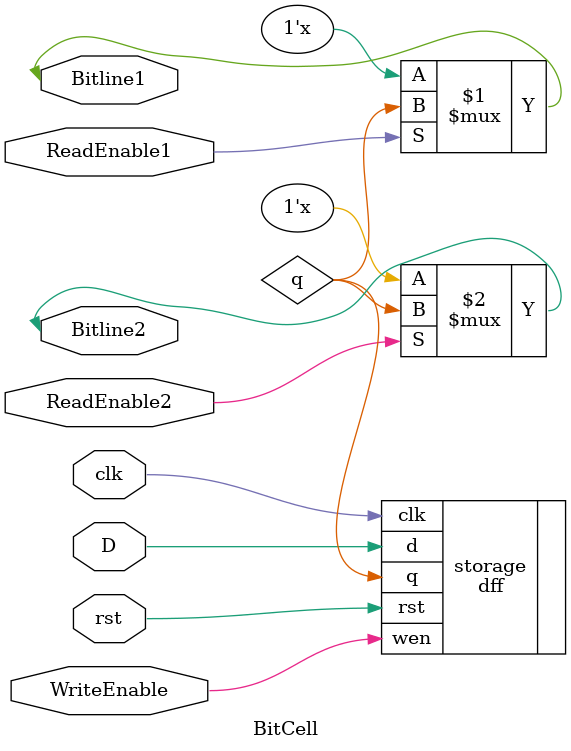
<source format=v>
module BitCell(Bitline1, Bitline2, clk, rst, D, WriteEnable, ReadEnable1, ReadEnable2);
input clk, rst, D, WriteEnable, ReadEnable1, ReadEnable2;
inout Bitline1, Bitline2;
wire q;

dff storage(.q(q), .d(D), .wen(WriteEnable), .clk(clk), .rst(rst));

assign Bitline1 = (ReadEnable1) ? q : 1'bz;
assign Bitline2 = (ReadEnable2) ? q : 1'bz;

endmodule

</source>
